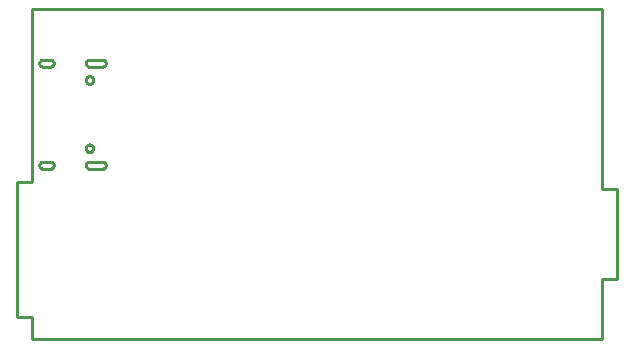
<source format=gko>
G04 EAGLE Gerber RS-274X export*
G75*
%MOMM*%
%FSLAX34Y34*%
%LPD*%
%IN*%
%IPPOS*%
%AMOC8*
5,1,8,0,0,1.08239X$1,22.5*%
G01*
%ADD10C,0.127000*%
%ADD11C,0.000000*%
%ADD12C,0.010000*%
%ADD13C,0.254000*%


D10*
X12700Y0D02*
X12700Y19050D01*
X12700Y133350D02*
X12700Y279400D01*
X495300Y279400D02*
X495300Y127000D01*
X495300Y50800D02*
X495300Y0D01*
X12700Y0D01*
X12700Y279400D02*
X495300Y279400D01*
X12700Y19050D02*
X0Y19050D01*
X0Y133350D01*
X12700Y133350D01*
X495300Y127000D02*
X508000Y127000D01*
X508000Y50800D01*
X495300Y50800D01*
D11*
X58500Y219400D02*
X58502Y219513D01*
X58508Y219627D01*
X58518Y219740D01*
X58532Y219852D01*
X58549Y219964D01*
X58571Y220076D01*
X58597Y220186D01*
X58626Y220296D01*
X58659Y220404D01*
X58696Y220512D01*
X58737Y220617D01*
X58781Y220722D01*
X58829Y220825D01*
X58880Y220926D01*
X58935Y221025D01*
X58994Y221122D01*
X59056Y221217D01*
X59121Y221310D01*
X59189Y221401D01*
X59260Y221489D01*
X59335Y221575D01*
X59412Y221658D01*
X59492Y221738D01*
X59575Y221815D01*
X59661Y221890D01*
X59749Y221961D01*
X59840Y222029D01*
X59933Y222094D01*
X60028Y222156D01*
X60125Y222215D01*
X60224Y222270D01*
X60325Y222321D01*
X60428Y222369D01*
X60533Y222413D01*
X60638Y222454D01*
X60746Y222491D01*
X60854Y222524D01*
X60964Y222553D01*
X61074Y222579D01*
X61186Y222601D01*
X61298Y222618D01*
X61410Y222632D01*
X61523Y222642D01*
X61637Y222648D01*
X61750Y222650D01*
X61863Y222648D01*
X61977Y222642D01*
X62090Y222632D01*
X62202Y222618D01*
X62314Y222601D01*
X62426Y222579D01*
X62536Y222553D01*
X62646Y222524D01*
X62754Y222491D01*
X62862Y222454D01*
X62967Y222413D01*
X63072Y222369D01*
X63175Y222321D01*
X63276Y222270D01*
X63375Y222215D01*
X63472Y222156D01*
X63567Y222094D01*
X63660Y222029D01*
X63751Y221961D01*
X63839Y221890D01*
X63925Y221815D01*
X64008Y221738D01*
X64088Y221658D01*
X64165Y221575D01*
X64240Y221489D01*
X64311Y221401D01*
X64379Y221310D01*
X64444Y221217D01*
X64506Y221122D01*
X64565Y221025D01*
X64620Y220926D01*
X64671Y220825D01*
X64719Y220722D01*
X64763Y220617D01*
X64804Y220512D01*
X64841Y220404D01*
X64874Y220296D01*
X64903Y220186D01*
X64929Y220076D01*
X64951Y219964D01*
X64968Y219852D01*
X64982Y219740D01*
X64992Y219627D01*
X64998Y219513D01*
X65000Y219400D01*
X64998Y219287D01*
X64992Y219173D01*
X64982Y219060D01*
X64968Y218948D01*
X64951Y218836D01*
X64929Y218724D01*
X64903Y218614D01*
X64874Y218504D01*
X64841Y218396D01*
X64804Y218288D01*
X64763Y218183D01*
X64719Y218078D01*
X64671Y217975D01*
X64620Y217874D01*
X64565Y217775D01*
X64506Y217678D01*
X64444Y217583D01*
X64379Y217490D01*
X64311Y217399D01*
X64240Y217311D01*
X64165Y217225D01*
X64088Y217142D01*
X64008Y217062D01*
X63925Y216985D01*
X63839Y216910D01*
X63751Y216839D01*
X63660Y216771D01*
X63567Y216706D01*
X63472Y216644D01*
X63375Y216585D01*
X63276Y216530D01*
X63175Y216479D01*
X63072Y216431D01*
X62967Y216387D01*
X62862Y216346D01*
X62754Y216309D01*
X62646Y216276D01*
X62536Y216247D01*
X62426Y216221D01*
X62314Y216199D01*
X62202Y216182D01*
X62090Y216168D01*
X61977Y216158D01*
X61863Y216152D01*
X61750Y216150D01*
X61637Y216152D01*
X61523Y216158D01*
X61410Y216168D01*
X61298Y216182D01*
X61186Y216199D01*
X61074Y216221D01*
X60964Y216247D01*
X60854Y216276D01*
X60746Y216309D01*
X60638Y216346D01*
X60533Y216387D01*
X60428Y216431D01*
X60325Y216479D01*
X60224Y216530D01*
X60125Y216585D01*
X60028Y216644D01*
X59933Y216706D01*
X59840Y216771D01*
X59749Y216839D01*
X59661Y216910D01*
X59575Y216985D01*
X59492Y217062D01*
X59412Y217142D01*
X59335Y217225D01*
X59260Y217311D01*
X59189Y217399D01*
X59121Y217490D01*
X59056Y217583D01*
X58994Y217678D01*
X58935Y217775D01*
X58880Y217874D01*
X58829Y217975D01*
X58781Y218078D01*
X58737Y218183D01*
X58696Y218288D01*
X58659Y218396D01*
X58626Y218504D01*
X58597Y218614D01*
X58571Y218724D01*
X58549Y218836D01*
X58532Y218948D01*
X58518Y219060D01*
X58508Y219173D01*
X58502Y219287D01*
X58500Y219400D01*
X58500Y161600D02*
X58502Y161713D01*
X58508Y161827D01*
X58518Y161940D01*
X58532Y162052D01*
X58549Y162164D01*
X58571Y162276D01*
X58597Y162386D01*
X58626Y162496D01*
X58659Y162604D01*
X58696Y162712D01*
X58737Y162817D01*
X58781Y162922D01*
X58829Y163025D01*
X58880Y163126D01*
X58935Y163225D01*
X58994Y163322D01*
X59056Y163417D01*
X59121Y163510D01*
X59189Y163601D01*
X59260Y163689D01*
X59335Y163775D01*
X59412Y163858D01*
X59492Y163938D01*
X59575Y164015D01*
X59661Y164090D01*
X59749Y164161D01*
X59840Y164229D01*
X59933Y164294D01*
X60028Y164356D01*
X60125Y164415D01*
X60224Y164470D01*
X60325Y164521D01*
X60428Y164569D01*
X60533Y164613D01*
X60638Y164654D01*
X60746Y164691D01*
X60854Y164724D01*
X60964Y164753D01*
X61074Y164779D01*
X61186Y164801D01*
X61298Y164818D01*
X61410Y164832D01*
X61523Y164842D01*
X61637Y164848D01*
X61750Y164850D01*
X61863Y164848D01*
X61977Y164842D01*
X62090Y164832D01*
X62202Y164818D01*
X62314Y164801D01*
X62426Y164779D01*
X62536Y164753D01*
X62646Y164724D01*
X62754Y164691D01*
X62862Y164654D01*
X62967Y164613D01*
X63072Y164569D01*
X63175Y164521D01*
X63276Y164470D01*
X63375Y164415D01*
X63472Y164356D01*
X63567Y164294D01*
X63660Y164229D01*
X63751Y164161D01*
X63839Y164090D01*
X63925Y164015D01*
X64008Y163938D01*
X64088Y163858D01*
X64165Y163775D01*
X64240Y163689D01*
X64311Y163601D01*
X64379Y163510D01*
X64444Y163417D01*
X64506Y163322D01*
X64565Y163225D01*
X64620Y163126D01*
X64671Y163025D01*
X64719Y162922D01*
X64763Y162817D01*
X64804Y162712D01*
X64841Y162604D01*
X64874Y162496D01*
X64903Y162386D01*
X64929Y162276D01*
X64951Y162164D01*
X64968Y162052D01*
X64982Y161940D01*
X64992Y161827D01*
X64998Y161713D01*
X65000Y161600D01*
X64998Y161487D01*
X64992Y161373D01*
X64982Y161260D01*
X64968Y161148D01*
X64951Y161036D01*
X64929Y160924D01*
X64903Y160814D01*
X64874Y160704D01*
X64841Y160596D01*
X64804Y160488D01*
X64763Y160383D01*
X64719Y160278D01*
X64671Y160175D01*
X64620Y160074D01*
X64565Y159975D01*
X64506Y159878D01*
X64444Y159783D01*
X64379Y159690D01*
X64311Y159599D01*
X64240Y159511D01*
X64165Y159425D01*
X64088Y159342D01*
X64008Y159262D01*
X63925Y159185D01*
X63839Y159110D01*
X63751Y159039D01*
X63660Y158971D01*
X63567Y158906D01*
X63472Y158844D01*
X63375Y158785D01*
X63276Y158730D01*
X63175Y158679D01*
X63072Y158631D01*
X62967Y158587D01*
X62862Y158546D01*
X62754Y158509D01*
X62646Y158476D01*
X62536Y158447D01*
X62426Y158421D01*
X62314Y158399D01*
X62202Y158382D01*
X62090Y158368D01*
X61977Y158358D01*
X61863Y158352D01*
X61750Y158350D01*
X61637Y158352D01*
X61523Y158358D01*
X61410Y158368D01*
X61298Y158382D01*
X61186Y158399D01*
X61074Y158421D01*
X60964Y158447D01*
X60854Y158476D01*
X60746Y158509D01*
X60638Y158546D01*
X60533Y158587D01*
X60428Y158631D01*
X60325Y158679D01*
X60224Y158730D01*
X60125Y158785D01*
X60028Y158844D01*
X59933Y158906D01*
X59840Y158971D01*
X59749Y159039D01*
X59661Y159110D01*
X59575Y159185D01*
X59492Y159262D01*
X59412Y159342D01*
X59335Y159425D01*
X59260Y159511D01*
X59189Y159599D01*
X59121Y159690D01*
X59056Y159783D01*
X58994Y159878D01*
X58935Y159975D01*
X58880Y160074D01*
X58829Y160175D01*
X58781Y160278D01*
X58737Y160383D01*
X58696Y160488D01*
X58659Y160596D01*
X58626Y160704D01*
X58597Y160814D01*
X58571Y160924D01*
X58549Y161036D01*
X58532Y161148D01*
X58518Y161260D01*
X58508Y161373D01*
X58502Y161487D01*
X58500Y161600D01*
D12*
X28400Y236700D02*
X22200Y236700D01*
X22200Y230700D02*
X28400Y230700D01*
X28508Y230702D01*
X28616Y230708D01*
X28724Y230718D01*
X28832Y230731D01*
X28939Y230749D01*
X29045Y230770D01*
X29150Y230795D01*
X29255Y230824D01*
X29358Y230857D01*
X29460Y230893D01*
X29561Y230934D01*
X29660Y230977D01*
X29757Y231025D01*
X29853Y231075D01*
X29947Y231129D01*
X30038Y231187D01*
X30128Y231248D01*
X30216Y231312D01*
X30301Y231379D01*
X30383Y231449D01*
X30463Y231522D01*
X30540Y231598D01*
X30615Y231677D01*
X30686Y231758D01*
X30755Y231842D01*
X30821Y231928D01*
X30883Y232016D01*
X30942Y232107D01*
X30998Y232200D01*
X31051Y232295D01*
X31100Y232391D01*
X31145Y232490D01*
X31187Y232590D01*
X31225Y232691D01*
X31260Y232794D01*
X31291Y232897D01*
X31318Y233002D01*
X31341Y233108D01*
X31360Y233215D01*
X31376Y233322D01*
X31388Y233430D01*
X31396Y233538D01*
X31400Y233646D01*
X31400Y233754D01*
X31396Y233862D01*
X31388Y233970D01*
X31376Y234078D01*
X31360Y234185D01*
X31341Y234292D01*
X31318Y234398D01*
X31291Y234503D01*
X31260Y234606D01*
X31225Y234709D01*
X31187Y234810D01*
X31145Y234910D01*
X31100Y235009D01*
X31051Y235105D01*
X30998Y235200D01*
X30942Y235293D01*
X30883Y235384D01*
X30821Y235472D01*
X30755Y235558D01*
X30686Y235642D01*
X30615Y235723D01*
X30540Y235802D01*
X30463Y235878D01*
X30383Y235951D01*
X30301Y236021D01*
X30216Y236088D01*
X30128Y236152D01*
X30038Y236213D01*
X29947Y236271D01*
X29853Y236325D01*
X29757Y236375D01*
X29660Y236423D01*
X29561Y236466D01*
X29460Y236507D01*
X29358Y236543D01*
X29255Y236576D01*
X29150Y236605D01*
X29045Y236630D01*
X28939Y236651D01*
X28832Y236669D01*
X28724Y236682D01*
X28616Y236692D01*
X28508Y236698D01*
X28400Y236700D01*
X22200Y236700D02*
X22092Y236698D01*
X21984Y236692D01*
X21876Y236682D01*
X21768Y236669D01*
X21661Y236651D01*
X21555Y236630D01*
X21450Y236605D01*
X21345Y236576D01*
X21242Y236543D01*
X21140Y236507D01*
X21039Y236466D01*
X20940Y236423D01*
X20843Y236375D01*
X20747Y236325D01*
X20653Y236271D01*
X20562Y236213D01*
X20472Y236152D01*
X20384Y236088D01*
X20299Y236021D01*
X20217Y235951D01*
X20137Y235878D01*
X20060Y235802D01*
X19985Y235723D01*
X19914Y235642D01*
X19845Y235558D01*
X19779Y235472D01*
X19717Y235384D01*
X19658Y235293D01*
X19602Y235200D01*
X19549Y235105D01*
X19500Y235009D01*
X19455Y234910D01*
X19413Y234810D01*
X19375Y234709D01*
X19340Y234606D01*
X19309Y234503D01*
X19282Y234398D01*
X19259Y234292D01*
X19240Y234185D01*
X19224Y234078D01*
X19212Y233970D01*
X19204Y233862D01*
X19200Y233754D01*
X19200Y233646D01*
X19204Y233538D01*
X19212Y233430D01*
X19224Y233322D01*
X19240Y233215D01*
X19259Y233108D01*
X19282Y233002D01*
X19309Y232897D01*
X19340Y232794D01*
X19375Y232691D01*
X19413Y232590D01*
X19455Y232490D01*
X19500Y232391D01*
X19549Y232295D01*
X19602Y232200D01*
X19658Y232107D01*
X19717Y232016D01*
X19779Y231928D01*
X19845Y231842D01*
X19914Y231758D01*
X19985Y231677D01*
X20060Y231598D01*
X20137Y231522D01*
X20217Y231449D01*
X20299Y231379D01*
X20384Y231312D01*
X20472Y231248D01*
X20562Y231187D01*
X20653Y231129D01*
X20747Y231075D01*
X20843Y231025D01*
X20940Y230977D01*
X21039Y230934D01*
X21140Y230893D01*
X21242Y230857D01*
X21345Y230824D01*
X21450Y230795D01*
X21555Y230770D01*
X21661Y230749D01*
X21768Y230731D01*
X21876Y230718D01*
X21984Y230708D01*
X22092Y230702D01*
X22200Y230700D01*
X61550Y236700D02*
X72550Y236700D01*
X72550Y230700D02*
X61550Y230700D01*
X61442Y230702D01*
X61334Y230708D01*
X61226Y230718D01*
X61118Y230731D01*
X61011Y230749D01*
X60905Y230770D01*
X60800Y230795D01*
X60695Y230824D01*
X60592Y230857D01*
X60490Y230893D01*
X60389Y230934D01*
X60290Y230977D01*
X60193Y231025D01*
X60097Y231075D01*
X60003Y231129D01*
X59912Y231187D01*
X59822Y231248D01*
X59734Y231312D01*
X59649Y231379D01*
X59567Y231449D01*
X59487Y231522D01*
X59410Y231598D01*
X59335Y231677D01*
X59264Y231758D01*
X59195Y231842D01*
X59129Y231928D01*
X59067Y232016D01*
X59008Y232107D01*
X58952Y232200D01*
X58899Y232295D01*
X58850Y232391D01*
X58805Y232490D01*
X58763Y232590D01*
X58725Y232691D01*
X58690Y232794D01*
X58659Y232897D01*
X58632Y233002D01*
X58609Y233108D01*
X58590Y233215D01*
X58574Y233322D01*
X58562Y233430D01*
X58554Y233538D01*
X58550Y233646D01*
X58550Y233754D01*
X58554Y233862D01*
X58562Y233970D01*
X58574Y234078D01*
X58590Y234185D01*
X58609Y234292D01*
X58632Y234398D01*
X58659Y234503D01*
X58690Y234606D01*
X58725Y234709D01*
X58763Y234810D01*
X58805Y234910D01*
X58850Y235009D01*
X58899Y235105D01*
X58952Y235200D01*
X59008Y235293D01*
X59067Y235384D01*
X59129Y235472D01*
X59195Y235558D01*
X59264Y235642D01*
X59335Y235723D01*
X59410Y235802D01*
X59487Y235878D01*
X59567Y235951D01*
X59649Y236021D01*
X59734Y236088D01*
X59822Y236152D01*
X59912Y236213D01*
X60003Y236271D01*
X60097Y236325D01*
X60193Y236375D01*
X60290Y236423D01*
X60389Y236466D01*
X60490Y236507D01*
X60592Y236543D01*
X60695Y236576D01*
X60800Y236605D01*
X60905Y236630D01*
X61011Y236651D01*
X61118Y236669D01*
X61226Y236682D01*
X61334Y236692D01*
X61442Y236698D01*
X61550Y236700D01*
X72550Y236700D02*
X72658Y236698D01*
X72766Y236692D01*
X72874Y236682D01*
X72982Y236669D01*
X73089Y236651D01*
X73195Y236630D01*
X73300Y236605D01*
X73405Y236576D01*
X73508Y236543D01*
X73610Y236507D01*
X73711Y236466D01*
X73810Y236423D01*
X73907Y236375D01*
X74003Y236325D01*
X74097Y236271D01*
X74188Y236213D01*
X74278Y236152D01*
X74366Y236088D01*
X74451Y236021D01*
X74533Y235951D01*
X74613Y235878D01*
X74690Y235802D01*
X74765Y235723D01*
X74836Y235642D01*
X74905Y235558D01*
X74971Y235472D01*
X75033Y235384D01*
X75092Y235293D01*
X75148Y235200D01*
X75201Y235105D01*
X75250Y235009D01*
X75295Y234910D01*
X75337Y234810D01*
X75375Y234709D01*
X75410Y234606D01*
X75441Y234503D01*
X75468Y234398D01*
X75491Y234292D01*
X75510Y234185D01*
X75526Y234078D01*
X75538Y233970D01*
X75546Y233862D01*
X75550Y233754D01*
X75550Y233646D01*
X75546Y233538D01*
X75538Y233430D01*
X75526Y233322D01*
X75510Y233215D01*
X75491Y233108D01*
X75468Y233002D01*
X75441Y232897D01*
X75410Y232794D01*
X75375Y232691D01*
X75337Y232590D01*
X75295Y232490D01*
X75250Y232391D01*
X75201Y232295D01*
X75148Y232200D01*
X75092Y232107D01*
X75033Y232016D01*
X74971Y231928D01*
X74905Y231842D01*
X74836Y231758D01*
X74765Y231677D01*
X74690Y231598D01*
X74613Y231522D01*
X74533Y231449D01*
X74451Y231379D01*
X74366Y231312D01*
X74278Y231248D01*
X74188Y231187D01*
X74097Y231129D01*
X74003Y231075D01*
X73907Y231025D01*
X73810Y230977D01*
X73711Y230934D01*
X73610Y230893D01*
X73508Y230857D01*
X73405Y230824D01*
X73300Y230795D01*
X73195Y230770D01*
X73089Y230749D01*
X72982Y230731D01*
X72874Y230718D01*
X72766Y230708D01*
X72658Y230702D01*
X72550Y230700D01*
X28400Y150300D02*
X22200Y150300D01*
X22200Y144300D02*
X28400Y144300D01*
X28508Y144302D01*
X28616Y144308D01*
X28724Y144318D01*
X28832Y144331D01*
X28939Y144349D01*
X29045Y144370D01*
X29150Y144395D01*
X29255Y144424D01*
X29358Y144457D01*
X29460Y144493D01*
X29561Y144534D01*
X29660Y144577D01*
X29757Y144625D01*
X29853Y144675D01*
X29947Y144729D01*
X30038Y144787D01*
X30128Y144848D01*
X30216Y144912D01*
X30301Y144979D01*
X30383Y145049D01*
X30463Y145122D01*
X30540Y145198D01*
X30615Y145277D01*
X30686Y145358D01*
X30755Y145442D01*
X30821Y145528D01*
X30883Y145616D01*
X30942Y145707D01*
X30998Y145800D01*
X31051Y145895D01*
X31100Y145991D01*
X31145Y146090D01*
X31187Y146190D01*
X31225Y146291D01*
X31260Y146394D01*
X31291Y146497D01*
X31318Y146602D01*
X31341Y146708D01*
X31360Y146815D01*
X31376Y146922D01*
X31388Y147030D01*
X31396Y147138D01*
X31400Y147246D01*
X31400Y147354D01*
X31396Y147462D01*
X31388Y147570D01*
X31376Y147678D01*
X31360Y147785D01*
X31341Y147892D01*
X31318Y147998D01*
X31291Y148103D01*
X31260Y148206D01*
X31225Y148309D01*
X31187Y148410D01*
X31145Y148510D01*
X31100Y148609D01*
X31051Y148705D01*
X30998Y148800D01*
X30942Y148893D01*
X30883Y148984D01*
X30821Y149072D01*
X30755Y149158D01*
X30686Y149242D01*
X30615Y149323D01*
X30540Y149402D01*
X30463Y149478D01*
X30383Y149551D01*
X30301Y149621D01*
X30216Y149688D01*
X30128Y149752D01*
X30038Y149813D01*
X29947Y149871D01*
X29853Y149925D01*
X29757Y149975D01*
X29660Y150023D01*
X29561Y150066D01*
X29460Y150107D01*
X29358Y150143D01*
X29255Y150176D01*
X29150Y150205D01*
X29045Y150230D01*
X28939Y150251D01*
X28832Y150269D01*
X28724Y150282D01*
X28616Y150292D01*
X28508Y150298D01*
X28400Y150300D01*
X22200Y150300D02*
X22092Y150298D01*
X21984Y150292D01*
X21876Y150282D01*
X21768Y150269D01*
X21661Y150251D01*
X21555Y150230D01*
X21450Y150205D01*
X21345Y150176D01*
X21242Y150143D01*
X21140Y150107D01*
X21039Y150066D01*
X20940Y150023D01*
X20843Y149975D01*
X20747Y149925D01*
X20653Y149871D01*
X20562Y149813D01*
X20472Y149752D01*
X20384Y149688D01*
X20299Y149621D01*
X20217Y149551D01*
X20137Y149478D01*
X20060Y149402D01*
X19985Y149323D01*
X19914Y149242D01*
X19845Y149158D01*
X19779Y149072D01*
X19717Y148984D01*
X19658Y148893D01*
X19602Y148800D01*
X19549Y148705D01*
X19500Y148609D01*
X19455Y148510D01*
X19413Y148410D01*
X19375Y148309D01*
X19340Y148206D01*
X19309Y148103D01*
X19282Y147998D01*
X19259Y147892D01*
X19240Y147785D01*
X19224Y147678D01*
X19212Y147570D01*
X19204Y147462D01*
X19200Y147354D01*
X19200Y147246D01*
X19204Y147138D01*
X19212Y147030D01*
X19224Y146922D01*
X19240Y146815D01*
X19259Y146708D01*
X19282Y146602D01*
X19309Y146497D01*
X19340Y146394D01*
X19375Y146291D01*
X19413Y146190D01*
X19455Y146090D01*
X19500Y145991D01*
X19549Y145895D01*
X19602Y145800D01*
X19658Y145707D01*
X19717Y145616D01*
X19779Y145528D01*
X19845Y145442D01*
X19914Y145358D01*
X19985Y145277D01*
X20060Y145198D01*
X20137Y145122D01*
X20217Y145049D01*
X20299Y144979D01*
X20384Y144912D01*
X20472Y144848D01*
X20562Y144787D01*
X20653Y144729D01*
X20747Y144675D01*
X20843Y144625D01*
X20940Y144577D01*
X21039Y144534D01*
X21140Y144493D01*
X21242Y144457D01*
X21345Y144424D01*
X21450Y144395D01*
X21555Y144370D01*
X21661Y144349D01*
X21768Y144331D01*
X21876Y144318D01*
X21984Y144308D01*
X22092Y144302D01*
X22200Y144300D01*
X61550Y150300D02*
X72550Y150300D01*
X72550Y144300D02*
X61550Y144300D01*
X61442Y144302D01*
X61334Y144308D01*
X61226Y144318D01*
X61118Y144331D01*
X61011Y144349D01*
X60905Y144370D01*
X60800Y144395D01*
X60695Y144424D01*
X60592Y144457D01*
X60490Y144493D01*
X60389Y144534D01*
X60290Y144577D01*
X60193Y144625D01*
X60097Y144675D01*
X60003Y144729D01*
X59912Y144787D01*
X59822Y144848D01*
X59734Y144912D01*
X59649Y144979D01*
X59567Y145049D01*
X59487Y145122D01*
X59410Y145198D01*
X59335Y145277D01*
X59264Y145358D01*
X59195Y145442D01*
X59129Y145528D01*
X59067Y145616D01*
X59008Y145707D01*
X58952Y145800D01*
X58899Y145895D01*
X58850Y145991D01*
X58805Y146090D01*
X58763Y146190D01*
X58725Y146291D01*
X58690Y146394D01*
X58659Y146497D01*
X58632Y146602D01*
X58609Y146708D01*
X58590Y146815D01*
X58574Y146922D01*
X58562Y147030D01*
X58554Y147138D01*
X58550Y147246D01*
X58550Y147354D01*
X58554Y147462D01*
X58562Y147570D01*
X58574Y147678D01*
X58590Y147785D01*
X58609Y147892D01*
X58632Y147998D01*
X58659Y148103D01*
X58690Y148206D01*
X58725Y148309D01*
X58763Y148410D01*
X58805Y148510D01*
X58850Y148609D01*
X58899Y148705D01*
X58952Y148800D01*
X59008Y148893D01*
X59067Y148984D01*
X59129Y149072D01*
X59195Y149158D01*
X59264Y149242D01*
X59335Y149323D01*
X59410Y149402D01*
X59487Y149478D01*
X59567Y149551D01*
X59649Y149621D01*
X59734Y149688D01*
X59822Y149752D01*
X59912Y149813D01*
X60003Y149871D01*
X60097Y149925D01*
X60193Y149975D01*
X60290Y150023D01*
X60389Y150066D01*
X60490Y150107D01*
X60592Y150143D01*
X60695Y150176D01*
X60800Y150205D01*
X60905Y150230D01*
X61011Y150251D01*
X61118Y150269D01*
X61226Y150282D01*
X61334Y150292D01*
X61442Y150298D01*
X61550Y150300D01*
X72550Y150300D02*
X72658Y150298D01*
X72766Y150292D01*
X72874Y150282D01*
X72982Y150269D01*
X73089Y150251D01*
X73195Y150230D01*
X73300Y150205D01*
X73405Y150176D01*
X73508Y150143D01*
X73610Y150107D01*
X73711Y150066D01*
X73810Y150023D01*
X73907Y149975D01*
X74003Y149925D01*
X74097Y149871D01*
X74188Y149813D01*
X74278Y149752D01*
X74366Y149688D01*
X74451Y149621D01*
X74533Y149551D01*
X74613Y149478D01*
X74690Y149402D01*
X74765Y149323D01*
X74836Y149242D01*
X74905Y149158D01*
X74971Y149072D01*
X75033Y148984D01*
X75092Y148893D01*
X75148Y148800D01*
X75201Y148705D01*
X75250Y148609D01*
X75295Y148510D01*
X75337Y148410D01*
X75375Y148309D01*
X75410Y148206D01*
X75441Y148103D01*
X75468Y147998D01*
X75491Y147892D01*
X75510Y147785D01*
X75526Y147678D01*
X75538Y147570D01*
X75546Y147462D01*
X75550Y147354D01*
X75550Y147246D01*
X75546Y147138D01*
X75538Y147030D01*
X75526Y146922D01*
X75510Y146815D01*
X75491Y146708D01*
X75468Y146602D01*
X75441Y146497D01*
X75410Y146394D01*
X75375Y146291D01*
X75337Y146190D01*
X75295Y146090D01*
X75250Y145991D01*
X75201Y145895D01*
X75148Y145800D01*
X75092Y145707D01*
X75033Y145616D01*
X74971Y145528D01*
X74905Y145442D01*
X74836Y145358D01*
X74765Y145277D01*
X74690Y145198D01*
X74613Y145122D01*
X74533Y145049D01*
X74451Y144979D01*
X74366Y144912D01*
X74278Y144848D01*
X74188Y144787D01*
X74097Y144729D01*
X74003Y144675D01*
X73907Y144625D01*
X73810Y144577D01*
X73711Y144534D01*
X73610Y144493D01*
X73508Y144457D01*
X73405Y144424D01*
X73300Y144395D01*
X73195Y144370D01*
X73089Y144349D01*
X72982Y144331D01*
X72874Y144318D01*
X72766Y144308D01*
X72658Y144302D01*
X72550Y144300D01*
D13*
X0Y19050D02*
X12700Y19050D01*
X12700Y0D01*
X495300Y0D01*
X495300Y50800D01*
X508000Y50800D01*
X508000Y127000D01*
X495300Y127000D01*
X495300Y279400D01*
X12700Y279400D01*
X12700Y133350D01*
X0Y133350D01*
X0Y19050D01*
X61550Y144300D02*
X72550Y144300D01*
X72811Y144311D01*
X73071Y144346D01*
X73326Y144402D01*
X73576Y144481D01*
X73818Y144581D01*
X74050Y144702D01*
X74271Y144843D01*
X74478Y145002D01*
X74671Y145179D01*
X74848Y145372D01*
X75007Y145579D01*
X75148Y145800D01*
X75269Y146032D01*
X75369Y146274D01*
X75448Y146524D01*
X75504Y146779D01*
X75539Y147039D01*
X75550Y147300D01*
X75539Y147561D01*
X75504Y147821D01*
X75448Y148076D01*
X75369Y148326D01*
X75269Y148568D01*
X75148Y148800D01*
X75007Y149021D01*
X74848Y149228D01*
X74671Y149421D01*
X74478Y149598D01*
X74271Y149757D01*
X74050Y149898D01*
X73818Y150019D01*
X73576Y150119D01*
X73326Y150198D01*
X73071Y150254D01*
X72811Y150289D01*
X72550Y150300D01*
X61550Y150300D01*
X61289Y150289D01*
X61029Y150254D01*
X60774Y150198D01*
X60524Y150119D01*
X60282Y150019D01*
X60050Y149898D01*
X59829Y149757D01*
X59622Y149598D01*
X59429Y149421D01*
X59252Y149228D01*
X59093Y149021D01*
X58952Y148800D01*
X58831Y148568D01*
X58731Y148326D01*
X58652Y148076D01*
X58596Y147821D01*
X58561Y147561D01*
X58550Y147300D01*
X58561Y147039D01*
X58596Y146779D01*
X58652Y146524D01*
X58731Y146274D01*
X58831Y146032D01*
X58952Y145800D01*
X59093Y145579D01*
X59252Y145372D01*
X59429Y145179D01*
X59622Y145002D01*
X59829Y144843D01*
X60050Y144702D01*
X60282Y144581D01*
X60524Y144481D01*
X60774Y144402D01*
X61029Y144346D01*
X61289Y144311D01*
X61550Y144300D01*
X22200Y144300D02*
X28400Y144300D01*
X28661Y144311D01*
X28921Y144346D01*
X29176Y144402D01*
X29426Y144481D01*
X29668Y144581D01*
X29900Y144702D01*
X30121Y144843D01*
X30328Y145002D01*
X30521Y145179D01*
X30698Y145372D01*
X30857Y145579D01*
X30998Y145800D01*
X31119Y146032D01*
X31219Y146274D01*
X31298Y146524D01*
X31354Y146779D01*
X31389Y147039D01*
X31400Y147300D01*
X31389Y147561D01*
X31354Y147821D01*
X31298Y148076D01*
X31219Y148326D01*
X31119Y148568D01*
X30998Y148800D01*
X30857Y149021D01*
X30698Y149228D01*
X30521Y149421D01*
X30328Y149598D01*
X30121Y149757D01*
X29900Y149898D01*
X29668Y150019D01*
X29426Y150119D01*
X29176Y150198D01*
X28921Y150254D01*
X28661Y150289D01*
X28400Y150300D01*
X22200Y150300D01*
X21939Y150289D01*
X21679Y150254D01*
X21424Y150198D01*
X21174Y150119D01*
X20932Y150019D01*
X20700Y149898D01*
X20479Y149757D01*
X20272Y149598D01*
X20079Y149421D01*
X19902Y149228D01*
X19743Y149021D01*
X19602Y148800D01*
X19481Y148568D01*
X19381Y148326D01*
X19302Y148076D01*
X19246Y147821D01*
X19211Y147561D01*
X19200Y147300D01*
X19211Y147039D01*
X19246Y146779D01*
X19302Y146524D01*
X19381Y146274D01*
X19481Y146032D01*
X19602Y145800D01*
X19743Y145579D01*
X19902Y145372D01*
X20079Y145179D01*
X20272Y145002D01*
X20479Y144843D01*
X20700Y144702D01*
X20932Y144581D01*
X21174Y144481D01*
X21424Y144402D01*
X21679Y144346D01*
X21939Y144311D01*
X22200Y144300D01*
X22200Y230700D02*
X28400Y230700D01*
X28661Y230711D01*
X28921Y230746D01*
X29176Y230802D01*
X29426Y230881D01*
X29668Y230981D01*
X29900Y231102D01*
X30121Y231243D01*
X30328Y231402D01*
X30521Y231579D01*
X30698Y231772D01*
X30857Y231979D01*
X30998Y232200D01*
X31119Y232432D01*
X31219Y232674D01*
X31298Y232924D01*
X31354Y233179D01*
X31389Y233439D01*
X31400Y233700D01*
X31389Y233961D01*
X31354Y234221D01*
X31298Y234476D01*
X31219Y234726D01*
X31119Y234968D01*
X30998Y235200D01*
X30857Y235421D01*
X30698Y235628D01*
X30521Y235821D01*
X30328Y235998D01*
X30121Y236157D01*
X29900Y236298D01*
X29668Y236419D01*
X29426Y236519D01*
X29176Y236598D01*
X28921Y236654D01*
X28661Y236689D01*
X28400Y236700D01*
X22200Y236700D01*
X21939Y236689D01*
X21679Y236654D01*
X21424Y236598D01*
X21174Y236519D01*
X20932Y236419D01*
X20700Y236298D01*
X20479Y236157D01*
X20272Y235998D01*
X20079Y235821D01*
X19902Y235628D01*
X19743Y235421D01*
X19602Y235200D01*
X19481Y234968D01*
X19381Y234726D01*
X19302Y234476D01*
X19246Y234221D01*
X19211Y233961D01*
X19200Y233700D01*
X19211Y233439D01*
X19246Y233179D01*
X19302Y232924D01*
X19381Y232674D01*
X19481Y232432D01*
X19602Y232200D01*
X19743Y231979D01*
X19902Y231772D01*
X20079Y231579D01*
X20272Y231402D01*
X20479Y231243D01*
X20700Y231102D01*
X20932Y230981D01*
X21174Y230881D01*
X21424Y230802D01*
X21679Y230746D01*
X21939Y230711D01*
X22200Y230700D01*
X61550Y230700D02*
X72550Y230700D01*
X72811Y230711D01*
X73071Y230746D01*
X73326Y230802D01*
X73576Y230881D01*
X73818Y230981D01*
X74050Y231102D01*
X74271Y231243D01*
X74478Y231402D01*
X74671Y231579D01*
X74848Y231772D01*
X75007Y231979D01*
X75148Y232200D01*
X75269Y232432D01*
X75369Y232674D01*
X75448Y232924D01*
X75504Y233179D01*
X75539Y233439D01*
X75550Y233700D01*
X75539Y233961D01*
X75504Y234221D01*
X75448Y234476D01*
X75369Y234726D01*
X75269Y234968D01*
X75148Y235200D01*
X75007Y235421D01*
X74848Y235628D01*
X74671Y235821D01*
X74478Y235998D01*
X74271Y236157D01*
X74050Y236298D01*
X73818Y236419D01*
X73576Y236519D01*
X73326Y236598D01*
X73071Y236654D01*
X72811Y236689D01*
X72550Y236700D01*
X61550Y236700D01*
X61289Y236689D01*
X61029Y236654D01*
X60774Y236598D01*
X60524Y236519D01*
X60282Y236419D01*
X60050Y236298D01*
X59829Y236157D01*
X59622Y235998D01*
X59429Y235821D01*
X59252Y235628D01*
X59093Y235421D01*
X58952Y235200D01*
X58831Y234968D01*
X58731Y234726D01*
X58652Y234476D01*
X58596Y234221D01*
X58561Y233961D01*
X58550Y233700D01*
X58561Y233439D01*
X58596Y233179D01*
X58652Y232924D01*
X58731Y232674D01*
X58831Y232432D01*
X58952Y232200D01*
X59093Y231979D01*
X59252Y231772D01*
X59429Y231579D01*
X59622Y231402D01*
X59829Y231243D01*
X60050Y231102D01*
X60282Y230981D01*
X60524Y230881D01*
X60774Y230802D01*
X61029Y230746D01*
X61289Y230711D01*
X61550Y230700D01*
X61537Y216150D02*
X61115Y216206D01*
X60703Y216316D01*
X60309Y216479D01*
X59941Y216692D01*
X59603Y216951D01*
X59301Y217253D01*
X59042Y217591D01*
X58829Y217959D01*
X58666Y218353D01*
X58556Y218765D01*
X58500Y219187D01*
X58500Y219613D01*
X58556Y220035D01*
X58666Y220447D01*
X58829Y220841D01*
X59042Y221209D01*
X59301Y221547D01*
X59603Y221849D01*
X59941Y222108D01*
X60309Y222321D01*
X60703Y222484D01*
X61115Y222594D01*
X61537Y222650D01*
X61963Y222650D01*
X62385Y222594D01*
X62797Y222484D01*
X63191Y222321D01*
X63559Y222108D01*
X63897Y221849D01*
X64199Y221547D01*
X64458Y221209D01*
X64671Y220841D01*
X64834Y220447D01*
X64944Y220035D01*
X65000Y219613D01*
X65000Y219187D01*
X64944Y218765D01*
X64834Y218353D01*
X64671Y217959D01*
X64458Y217591D01*
X64199Y217253D01*
X63897Y216951D01*
X63559Y216692D01*
X63191Y216479D01*
X62797Y216316D01*
X62385Y216206D01*
X61963Y216150D01*
X61537Y216150D01*
X61537Y158350D02*
X61115Y158406D01*
X60703Y158516D01*
X60309Y158679D01*
X59941Y158892D01*
X59603Y159151D01*
X59301Y159453D01*
X59042Y159791D01*
X58829Y160159D01*
X58666Y160553D01*
X58556Y160965D01*
X58500Y161387D01*
X58500Y161813D01*
X58556Y162235D01*
X58666Y162647D01*
X58829Y163041D01*
X59042Y163409D01*
X59301Y163747D01*
X59603Y164049D01*
X59941Y164308D01*
X60309Y164521D01*
X60703Y164684D01*
X61115Y164794D01*
X61537Y164850D01*
X61963Y164850D01*
X62385Y164794D01*
X62797Y164684D01*
X63191Y164521D01*
X63559Y164308D01*
X63897Y164049D01*
X64199Y163747D01*
X64458Y163409D01*
X64671Y163041D01*
X64834Y162647D01*
X64944Y162235D01*
X65000Y161813D01*
X65000Y161387D01*
X64944Y160965D01*
X64834Y160553D01*
X64671Y160159D01*
X64458Y159791D01*
X64199Y159453D01*
X63897Y159151D01*
X63559Y158892D01*
X63191Y158679D01*
X62797Y158516D01*
X62385Y158406D01*
X61963Y158350D01*
X61537Y158350D01*
M02*

</source>
